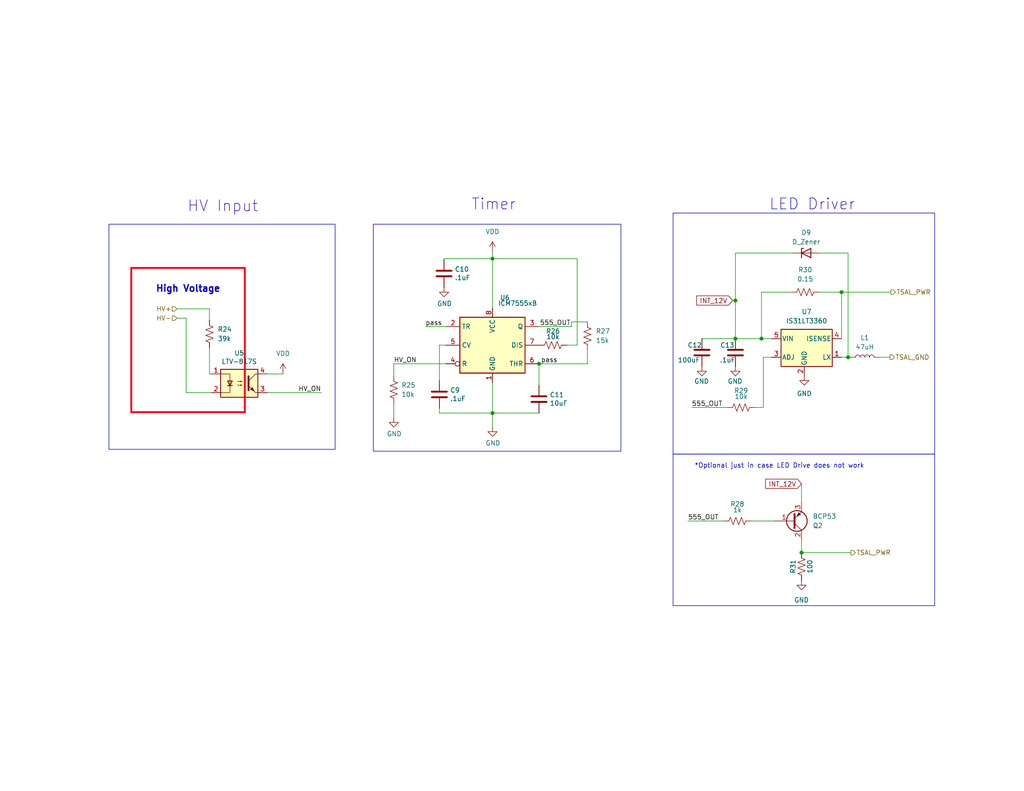
<source format=kicad_sch>
(kicad_sch (version 20231120) (generator "eeschema") (generator_version "8.0")
  (paper "A")
  (title_block (date "2023-05-15") (rev "V 1.1") (company "AERO") (comment 1 "Colin Grund") (comment 2 "TSAL flashes around 4 Hz"))
  (lib_symbols
    (symbol "Device:C" (pin_numbers hide) (pin_names (offset 0.254))
      (property "Reference" "C" (at 0.635 2.54 0))
      (property "Value" "C" (at 0.635 -2.54 0))
      (symbol "C_0_1"
        (polyline (pts (xy -2.032 -0.762) (xy 2.032 -0.762)) (stroke (width 0.508)))
        (polyline (pts (xy -2.032 0.762) (xy 2.032 0.762)) (stroke (width 0.508)))
      )
      (symbol "C_1_1"
        (pin passive line (at 0 3.81 270) (length 2.794) (name "~") (number "1"))
        (pin passive line (at 0 -3.81 90) (length 2.794) (name "~") (number "2"))
      )
    )
    (symbol "Device:D_Zener" (pin_numbers hide) (pin_names (offset 1.016) hide)
      (property "Reference" "D" (at 0 2.54 0))
      (property "Value" "D_Zener" (at 0 -2.54 0))
      (symbol "D_Zener_0_1"
        (polyline (pts (xy 1.27 0) (xy -1.27 0)))
        (polyline (pts (xy -1.27 -1.27) (xy -1.27 1.27) (xy -0.762 1.27)) (stroke (width 0.254)))
        (polyline (pts (xy 1.27 -1.27) (xy 1.27 1.27) (xy -1.27 0) (xy 1.27 -1.27)) (stroke (width 0.254)))
      )
      (symbol "D_Zener_1_1"
        (pin passive line (at -3.81 0 0) (length 2.54) (name "K") (number "1"))
        (pin passive line (at 3.81 0 180) (length 2.54) (name "A") (number "2"))
      )
    )
    (symbol "Device:L" (pin_numbers hide) (pin_names (offset 1.016) hide)
      (property "Reference" "L" (at -1.27 0 90))
      (property "Value" "L" (at 1.905 0 90))
      (symbol "L_0_1"
        (arc (start 0 -2.54) (mid 0.6323 -1.905) (end 0 -1.27))
        (arc (start 0 -1.27) (mid 0.6323 -0.635) (end 0 0))
        (arc (start 0 0) (mid 0.6323 0.635) (end 0 1.27))
        (arc (start 0 1.27) (mid 0.6323 1.905) (end 0 2.54))
      )
      (symbol "L_1_1"
        (pin passive line (at 0 3.81 270) (length 1.27) (name "1") (number "1"))
        (pin passive line (at 0 -3.81 90) (length 1.27) (name "2") (number "2"))
      )
    )
    (symbol "Device:R_US" (pin_numbers hide) (pin_names (offset 0))
      (property "Reference" "R" (at 2.54 0 90))
      (property "Value" "R_US" (at -2.54 0 90))
      (symbol "R_US_0_1"
        (polyline (pts (xy 0 -2.286) (xy 0 -2.54)))
        (polyline (pts (xy 0 2.286) (xy 0 2.54)))
        (polyline (pts (xy 0 -0.762) (xy 1.016 -1.143) (xy 0 -1.524) (xy -1.016 -1.905) (xy 0 -2.286)))
        (polyline (pts (xy 0 0.762) (xy 1.016 0.381) (xy 0 0) (xy -1.016 -0.381) (xy 0 -0.762)))
        (polyline (pts (xy 0 2.286) (xy 1.016 1.905) (xy 0 1.524) (xy -1.016 1.143) (xy 0 0.762)))
      )
      (symbol "R_US_1_1"
        (pin passive line (at 0 3.81 270) (length 1.27) (name "~") (number "1"))
        (pin passive line (at 0 -3.81 90) (length 1.27) (name "~") (number "2"))
      )
    )
    (symbol "Driver_LED:IS31LT3360" (pin_names (offset 0.254))
      (property "Reference" "U" (at -5.08 8.89 0))
      (property "Value" "IS31LT3360" (at 5.08 8.89 0))
      (symbol "IS31LT3360_0_1"
        (rectangle (start -6.35 7.62) (end 7.62 -2.54) (stroke (width 0.254)) (fill (type background)))
      )
      (symbol "IS31LT3360_1_1"
        (pin open_collector line (at 10.16 0 180) (length 2.54) (name "LX") (number "1"))
        (pin power_in line (at 0 -5.08 90) (length 2.54) (name "GND") (number "2"))
        (pin input line (at -8.89 0 0) (length 2.54) (name "ADJ") (number "3"))
        (pin input line (at 10.16 5.08 180) (length 2.54) (name "ISENSE") (number "4"))
        (pin power_in line (at -8.89 5.08 0) (length 2.54) (name "VIN") (number "5"))
      )
    )
    (symbol "Isolator:LTV-817S" (pin_names (offset 1.016))
      (property "Reference" "U" (at -3.81 5.08 0))
      (property "Value" "LTV-817S" (at 0 -5.08 0))
      (symbol "LTV-817S_1_1"
        (rectangle (start -5.08 3.81) (end 5.08 -3.81) (stroke (width 0.254)) (fill (type background)))
        (polyline (pts (xy -3.175 -0.635) (xy -1.905 -0.635)) (stroke (width 0.254)))
        (polyline (pts (xy 2.54 0.635) (xy 4.445 2.54)))
        (polyline (pts (xy 4.445 -2.54) (xy 2.54 -0.635)) (fill (type outline)))
        (polyline (pts (xy 4.445 -2.54) (xy 5.08 -2.54)))
        (polyline (pts (xy 4.445 2.54) (xy 5.08 2.54)))
        (polyline (pts (xy -5.08 2.54) (xy -2.54 2.54) (xy -2.54 -0.762)))
        (polyline (pts (xy -2.54 -0.635) (xy -2.54 -2.54) (xy -5.08 -2.54)))
        (polyline (pts (xy 2.54 1.905) (xy 2.54 -1.905) (xy 2.54 -1.905)) (stroke (width 0.508)))
        (polyline (pts (xy -2.54 -0.635) (xy -3.175 0.635) (xy -1.905 0.635) (xy -2.54 -0.635)) (stroke (width 0.254)))
        (polyline (pts (xy -0.508 -0.508) (xy 0.762 -0.508) (xy 0.381 -0.635) (xy 0.381 -0.381) (xy 0.762 -0.508)))
        (polyline (pts (xy -0.508 0.508) (xy 0.762 0.508) (xy 0.381 0.381) (xy 0.381 0.635) (xy 0.762 0.508)))
        (polyline (pts (xy 3.048 -1.651) (xy 3.556 -1.143) (xy 4.064 -2.159) (xy 3.048 -1.651) (xy 3.048 -1.651)) (fill (type outline)))
        (pin passive line (at -7.62 2.54 0) (length 2.54) (name "~") (number "1"))
        (pin passive line (at -7.62 -2.54 0) (length 2.54) (name "~") (number "2"))
        (pin passive line (at 7.62 -2.54 180) (length 2.54) (name "~") (number "3"))
        (pin passive line (at 7.62 2.54 180) (length 2.54) (name "~") (number "4"))
      )
    )
    (symbol "Timer:ICM7555xB"
      (property "Reference" "U" (at -10.16 8.89 0))
      (property "Value" "ICM7555xB" (at 2.54 8.89 0))
      (symbol "ICM7555xB_0_0"
        (pin power_in line (at 0 -10.16 90) (length 2.54) (name "GND") (number "1"))
        (pin power_in line (at 0 10.16 270) (length 2.54) (name "VCC") (number "8"))
      )
      (symbol "ICM7555xB_0_1"
        (rectangle (start -8.89 -7.62) (end 8.89 7.62) (stroke (width 0.254)) (fill (type background)))
        (rectangle (start -8.89 -7.62) (end 8.89 7.62) (stroke (width 0.254)) (fill (type background)))
      )
      (symbol "ICM7555xB_1_1"
        (pin input line (at -12.7 5.08 0) (length 3.81) (name "TR") (number "2"))
        (pin output line (at 12.7 5.08 180) (length 3.81) (name "Q") (number "3"))
        (pin input inverted (at -12.7 -5.08 0) (length 3.81) (name "R") (number "4"))
        (pin input line (at -12.7 0 0) (length 3.81) (name "CV") (number "5"))
        (pin input line (at 12.7 -5.08 180) (length 3.81) (name "THR") (number "6"))
        (pin input line (at 12.7 0 180) (length 3.81) (name "DIS") (number "7"))
      )
    )
    (symbol "Transistor_BJT:BCP53" (pin_names (offset 0) hide)
      (property "Reference" "Q" (at 5.08 1.905 0))
      (property "Value" "BCP53" (at 5.08 0 0))
      (symbol "BCP53_0_1"
        (polyline (pts (xy 0.635 0.635) (xy 2.54 2.54)))
        (polyline (pts (xy 0.635 -0.635) (xy 2.54 -2.54) (xy 2.54 -2.54)))
        (polyline (pts (xy 0.635 1.905) (xy 0.635 -1.905) (xy 0.635 -1.905)) (stroke (width 0.508)))
        (polyline (pts (xy 2.286 -1.778) (xy 1.778 -2.286) (xy 1.27 -1.27) (xy 2.286 -1.778) (xy 2.286 -1.778)) (fill (type outline)))
        (circle (center 1.27 0) (radius 2.8194) (stroke (width 0.254)))
      )
      (symbol "BCP53_1_1"
        (pin input line (at -5.08 0 0) (length 5.715) (name "B") (number "1"))
        (pin passive line (at 2.54 5.08 270) (length 2.54) (name "C") (number "2"))
        (pin passive line (at 2.54 -5.08 90) (length 2.54) (name "E") (number "3"))
        (pin passive line (at 2.54 5.08 270) (length 2.54) hide (name "C") (number "4"))
      )
    )
    (symbol "power:GND" (power) (pin_names (offset 0))
      (property "Value" "GND" (at 0 -3.81 0))
      (symbol "GND_0_1"
        (polyline (pts (xy 0 0) (xy 0 -1.27) (xy 1.27 -1.27) (xy 0 -2.54) (xy -1.27 -1.27) (xy 0 -1.27)))
      )
      (symbol "GND_1_1"
        (pin power_in line (at 0 0 270) (length 0) hide (name "GND") (number "1"))
      )
    )
    (symbol "power:VDD" (power) (pin_names (offset 0))
      (property "Value" "VDD" (at 0 3.81 0))
      (symbol "VDD_0_1"
        (polyline (pts (xy -0.762 1.27) (xy 0 2.54)))
        (polyline (pts (xy 0 0) (xy 0 2.54)))
        (polyline (pts (xy 0 2.54) (xy 0.762 1.27)))
      )
      (symbol "VDD_1_1"
        (pin power_in line (at 0 0 90) (length 0) hide (name "VDD") (number "1"))
      )
    )
  )
  (junction (at 134.366 112.776))
  (junction (at 218.694 150.876))
  (junction (at 229.616 79.756))
  (junction (at 207.772 92.456))
  (junction (at 134.366 70.612))
  (junction (at 200.66 92.456))
  (junction (at 231.394 97.536))
  (junction (at 200.66 82.042))
  (junction (at 147.066 99.314))
  (wire (pts (xy 204.978 142.24) (xy 211.074 142.24)))
  (wire (pts (xy 200.66 92.456) (xy 207.772 92.456)))
  (wire (pts (xy 116.078 89.154) (xy 121.666 89.154)))
  (wire (pts (xy 199.898 82.042) (xy 200.66 82.042)))
  (wire (pts (xy 231.394 97.536) (xy 232.156 97.536)))
  (wire (pts (xy 188.722 111.252) (xy 198.374 111.252)))
  (wire (pts (xy 160.274 95.504) (xy 160.274 99.314)))
  (wire (pts (xy 218.694 132.08) (xy 218.694 137.16)))
  (wire (pts (xy 57.15 102.108) (xy 57.658 102.108)))
  (wire (pts (xy 229.616 97.536) (xy 231.394 97.536)))
  (wire (pts (xy 154.686 94.234) (xy 157.48 94.234)))
  (wire (pts (xy 134.366 112.776) (xy 134.366 116.586)))
  (wire (pts (xy 207.772 79.756) (xy 207.772 92.456)))
  (wire (pts (xy 107.442 99.314) (xy 121.666 99.314)))
  (polyline (pts (xy 35.814 73.152) (xy 35.814 112.522)) (stroke (width 0.508) (color 255 0 17 1)))
  (wire (pts (xy 155.956 87.884) (xy 160.274 87.884)))
  (polyline (pts (xy 35.814 112.522) (xy 66.802 112.522)) (stroke (width 0.508) (color 255 0 17 1)))
  (wire (pts (xy 119.888 112.776) (xy 134.366 112.776)))
  (wire (pts (xy 134.366 70.612) (xy 157.48 70.612)))
  (wire (pts (xy 77.216 101.854) (xy 77.216 102.108)))
  (wire (pts (xy 229.616 79.756) (xy 243.078 79.756)))
  (wire (pts (xy 134.366 68.58) (xy 134.366 70.612)))
  (wire (pts (xy 200.66 69.088) (xy 200.66 82.042)))
  (polyline (pts (xy 66.802 73.152) (xy 35.814 73.152)) (stroke (width 0.508) (color 255 0 17 1)))
  (wire (pts (xy 57.15 94.996) (xy 57.15 102.108)))
  (wire (pts (xy 218.694 150.876) (xy 232.156 150.876)))
  (wire (pts (xy 229.616 79.756) (xy 229.616 92.456)))
  (wire (pts (xy 147.066 99.314) (xy 147.066 105.156)))
  (wire (pts (xy 231.394 69.088) (xy 231.394 97.536)))
  (wire (pts (xy 187.706 142.24) (xy 197.358 142.24)))
  (wire (pts (xy 119.888 94.234) (xy 121.666 94.234)))
  (wire (pts (xy 57.658 107.188) (xy 50.8 107.188)))
  (wire (pts (xy 223.774 69.088) (xy 231.394 69.088)))
  (wire (pts (xy 72.898 102.108) (xy 77.216 102.108)))
  (wire (pts (xy 147.066 99.314) (xy 160.274 99.314)))
  (wire (pts (xy 191.516 92.456) (xy 200.66 92.456)))
  (wire (pts (xy 48.26 84.328) (xy 57.15 84.328)))
  (wire (pts (xy 134.366 70.612) (xy 121.158 70.612)))
  (wire (pts (xy 107.442 110.236) (xy 107.442 114.046)))
  (wire (pts (xy 50.8 86.868) (xy 48.26 86.868)))
  (wire (pts (xy 155.956 89.154) (xy 155.956 87.884)))
  (wire (pts (xy 119.888 103.886) (xy 119.888 94.234)))
  (wire (pts (xy 200.66 82.042) (xy 200.66 92.456)))
  (wire (pts (xy 72.898 107.188) (xy 87.63 107.188)))
  (wire (pts (xy 207.772 92.456) (xy 210.566 92.456)))
  (wire (pts (xy 216.154 69.088) (xy 200.66 69.088)))
  (wire (pts (xy 119.888 111.506) (xy 119.888 112.776)))
  (wire (pts (xy 147.066 112.776) (xy 134.366 112.776)))
  (wire (pts (xy 239.776 97.536) (xy 242.824 97.536)))
  (wire (pts (xy 208.28 97.536) (xy 210.566 97.536)))
  (wire (pts (xy 107.442 99.314) (xy 107.442 102.616)))
  (polyline (pts (xy 255.016 123.952) (xy 183.642 123.952)))
  (wire (pts (xy 134.366 70.612) (xy 134.366 84.074)))
  (wire (pts (xy 121.158 70.612) (xy 121.158 70.866)))
  (wire (pts (xy 218.694 150.876) (xy 218.694 147.32)))
  (wire (pts (xy 147.066 89.154) (xy 155.956 89.154)))
  (polyline (pts (xy 66.802 112.522) (xy 66.802 73.152)) (stroke (width 0.508) (color 255 0 17 1)))
  (wire (pts (xy 208.28 97.536) (xy 208.28 111.252)))
  (wire (pts (xy 205.994 111.252) (xy 208.28 111.252)))
  (wire (pts (xy 57.15 87.376) (xy 57.15 84.328)))
  (wire (pts (xy 207.772 79.756) (xy 215.9 79.756)))
  (wire (pts (xy 157.48 94.234) (xy 157.48 70.612)))
  (wire (pts (xy 50.8 107.188) (xy 50.8 86.868)))
  (wire (pts (xy 134.366 104.394) (xy 134.366 112.776)))
  (wire (pts (xy 223.52 79.756) (xy 229.616 79.756)))
  (rectangle (start 183.642 123.952) (end 255.016 165.354))
  (rectangle (start 183.642 58.166) (end 255.016 123.952))
  (rectangle (start 101.854 61.214) (end 169.418 123.19))
  (rectangle (start 29.718 61.214) (end 91.44 122.682))
  (text "*Optional just in case LED Drive does not work" (at 189.484 128.016 0) (effects (font (size 1.27 1.27)) (justify left bottom)))
  (text "LED Driver" (at 209.804 57.658 0) (effects (font (size 3 3)) (justify left bottom)))
  (text "High Voltage" (at 42.418 80.01 0) (effects (font (size 1.8034 1.8034) (thickness 0.3607) (bold yes)) (justify left bottom)))
  (text "HV Input" (at 51.054 58.166 0) (effects (font (size 3 3)) (justify left bottom)))
  (text "Timer" (at 128.524 57.658 0) (effects (font (size 3 3)) (justify left bottom)))
  (label "HV_ON" (at 107.442 99.314 0))
  (label "555_OUT" (at 187.706 142.24 0))
  (label "555_OUT" (at 188.722 111.252 0))
  (label "pass" (at 116.078 89.154 0))
  (label "HV_ON" (at 87.63 107.188 180))
  (label "pass" (at 152.146 99.314 180))
  (label "555_OUT" (at 155.702 89.154 180))
  (global_label "INT_12V" (shape input) (at 218.694 132.08 180) (property "Intersheetrefs" "${INTERSHEET_REFS}" (effects (hide yes))))
  (global_label "INT_12V" (shape input) (at 199.898 82.042 180) (property "Intersheetrefs" "${INTERSHEET_REFS}" (effects (hide yes))))
  (hierarchical_label "TSAL_GND" (shape output) (at 242.824 97.536 0))
  (hierarchical_label "HV-" (shape input) (at 48.26 86.868 180))
  (hierarchical_label "TSAL_PWR" (shape output) (at 232.156 150.876 0))
  (hierarchical_label "HV+" (shape input) (at 48.26 84.328 180))
  (hierarchical_label "TSAL_PWR" (shape output) (at 243.078 79.756 0))
  (symbol (lib_id "Device:C") (at 200.66 96.266 180) (unit 1)
    (property "Reference" "C13" (at 200.406 94.234 0) (effects (justify left)))
    (property "Value" ".1uF" (at 200.66 98.298 0) (effects (justify left)))
    (property "Footprint" "Capacitor_SMD:C_0603_1608Metric_Pad1.08x0.95mm_HandSolder" (effects (hide yes)))
    (property "Datasheet" "https://www.yageo.com/en/Chart/Download/pdf/CC0603KRX7R7BB104" (effects (hide yes)))
    (property "Digikey part number" "311-1088-1-ND" (effects (hide yes)))
    (property "Manufacturer_Part_Number" "CC0603KRX7R7BB104" (effects (hide yes)))
  )
  (symbol (lib_id "Device:R_US") (at 218.694 154.686 180) (unit 1)
    (property "Reference" "R31" (at 216.408 154.686 90))
    (property "Value" "100" (at 220.98 154.686 90))
    (property "Footprint" "Resistor_SMD:R_1206_3216Metric_Pad1.30x1.75mm_HandSolder" (effects (hide yes)))
    (property "Datasheet" "https://industrial.panasonic.com/cdbs/www-data/pdf/RDA0000/AOA0000C304.pdf" (effects (hide yes)))
    (property "Digikey part number" "P100FCT-ND" (effects (hide yes)))
    (property "Manufacturer_Part_Number" "ERJ-8ENF1000V" (effects (hide yes)))
  )
  (symbol (lib_id "Isolator:LTV-817S") (at 65.278 104.648 0) (unit 1)
    (property "Reference" "U5" (at 65.278 96.393 0))
    (property "Value" "LTV-817S" (at 65.278 98.7044 0))
    (property "Footprint" "Package_DIP:SMDIP-4_W9.53mm" (effects (hide yes)))
    (property "Datasheet" "https://optoelectronics.liteon.com/upload/download/DS-70-96-0016/LTV-8X7%20series%20%20Rev.S.PDF" (effects (hide yes)))
    (property "Digikey part number" "160-1367-5-ND" (effects (hide yes)))
    (property "Manufacturer_Part_Number" "LTV-817S" (effects (hide yes)))
  )
  (symbol (lib_id "Device:C") (at 121.158 74.676 0) (unit 1)
    (property "Reference" "C10" (at 124.079 73.5076 0) (effects (justify left)))
    (property "Value" ".1uF" (at 124.079 75.819 0) (effects (justify left)))
    (property "Footprint" "Capacitor_SMD:C_0603_1608Metric_Pad1.08x0.95mm_HandSolder" (effects (hide yes)))
    (property "Datasheet" "https://www.yageo.com/en/Chart/Download/pdf/CC0603KRX7R7BB104" (effects (hide yes)))
    (property "Digikey part number" "311-1088-1-ND" (effects (hide yes)))
    (property "Manufacturer_Part_Number" "CC0603KRX7R7BB104" (effects (hide yes)))
  )
  (symbol (lib_id "Device:R_US") (at 160.274 91.694 0) (unit 1)
    (property "Reference" "R27" (at 162.56 90.424 0) (effects (justify left)))
    (property "Value" "15k" (at 162.56 92.964 0) (effects (justify left)))
    (property "Footprint" "Resistor_SMD:R_0603_1608Metric_Pad0.98x0.95mm_HandSolder" (effects (hide yes)))
    (property "Datasheet" "https://industrial.panasonic.com/cdbs/www-data/pdf/RDM0000/AOA0000C307.pdf" (effects (hide yes)))
    (property "Digikey part number" "P15KDBCT-ND" (effects (hide yes)))
    (property "Manufacturer_Part_Number" "ERA-3AEB153V" (effects (hide yes)))
  )
  (symbol (lib_id "power:GND") (at 121.158 78.486 0) (unit 1)
    (property "Reference" "#PWR039" (effects (hide yes)))
    (property "Value" "GND" (at 121.285 82.8802 0))
  )
  (symbol (lib_id "Device:C") (at 119.888 107.696 0) (unit 1)
    (property "Reference" "C9" (at 122.809 106.5276 0) (effects (justify left)))
    (property "Value" ".1uF" (at 122.809 108.839 0) (effects (justify left)))
    (property "Footprint" "Capacitor_SMD:C_0603_1608Metric_Pad1.08x0.95mm_HandSolder" (effects (hide yes)))
    (property "Datasheet" "https://www.yageo.com/en/Chart/Download/pdf/CC0603KRX7R7BB104" (effects (hide yes)))
    (property "Digikey part number" "311-1088-1-ND" (effects (hide yes)))
    (property "Manufacturer_Part_Number" "CC0603KRX7R7BB104" (effects (hide yes)))
  )
  (symbol (lib_id "power:GND") (at 218.694 158.496 0) (unit 1)
    (property "Reference" "#PWR044" (effects (hide yes)))
    (property "Value" "GND" (at 218.694 163.83 0))
  )
  (symbol (lib_id "Device:L") (at 235.966 97.536 90) (unit 1)
    (property "Reference" "L1" (at 235.966 92.202 90))
    (property "Value" "47uH" (at 235.966 94.742 90))
    (property "Footprint" "Inductor_SMD:L_0603_1608Metric_Pad1.05x0.95mm_HandSolder" (effects (hide yes)))
    (property "Datasheet" "https://mm.digikey.com/Volume0/opasdata/d220001/medias/docus/610/LBMF1608T470K_SS.pdf" (effects (hide yes)))
    (property "Digikey part number" "587-1716-1-ND" (effects (hide yes)))
    (property "Manufacturer_Part_Number" "LBMF1608T470K" (effects (hide yes)))
  )
  (symbol (lib_id "power:GND") (at 134.366 116.586 0) (unit 1)
    (property "Reference" "#PWR041" (effects (hide yes)))
    (property "Value" "GND" (at 134.493 120.9802 0))
  )
  (symbol (lib_id "power:GND") (at 219.456 102.616 0) (unit 1)
    (property "Reference" "#PWR045" (effects (hide yes)))
    (property "Value" "GND" (at 219.456 107.442 0))
  )
  (symbol (lib_id "power:VDD") (at 134.366 68.58 0) (unit 1)
    (property "Reference" "#PWR059" (effects (hide yes)))
    (property "Value" "VDD" (at 134.366 63.246 0))
  )
  (symbol (lib_id "Device:R_US") (at 57.15 91.186 0) (unit 1)
    (property "Reference" "R24" (at 59.3852 89.9159 0) (effects (justify left)))
    (property "Value" "39k" (at 59.3852 92.4559 0) (effects (justify left)))
    (property "Footprint" "Resistor_THT:R_Axial_DIN0414_L11.9mm_D4.5mm_P15.24mm_Horizontal" (effects (hide yes)))
    (property "Datasheet" "https://www.seielect.com/catalog/sei-cf_cfm.pdf" (effects (hide yes)))
    (property "Digikey part number" "CF12JT39K0CT-ND" (effects (hide yes)))
    (property "Manufacturer_Part_Number" "CF12JT39K0" (effects (hide yes)))
  )
  (symbol (lib_id "Device:R_US") (at 150.876 94.234 90) (unit 1)
    (property "Reference" "R26" (at 150.876 90.424 90))
    (property "Value" "10k" (at 150.876 91.948 90))
    (property "Footprint" "Resistor_SMD:R_0603_1608Metric_Pad0.98x0.95mm_HandSolder" (effects (hide yes)))
    (property "Datasheet" "https://www.koaspeer.com/pdfs/RK73H.pdf" (effects (hide yes)))
    (property "Digikey part number" "2019-RK73H1JTTD1002FCT-ND" (effects (hide yes)))
    (property "Manufacturer_Part_Number" "RK73H1JTTD1002F" (effects (hide yes)))
  )
  (symbol (lib_id "power:GND") (at 191.516 100.076 0) (unit 1)
    (property "Reference" "#PWR042" (effects (hide yes)))
    (property "Value" "GND" (at 193.4718 104.0892 0) (effects (justify right)))
  )
  (symbol (lib_id "Device:R_US") (at 219.71 79.756 90) (unit 1)
    (property "Reference" "R30" (at 219.71 73.66 90))
    (property "Value" "0.15" (at 219.71 76.2 90))
    (property "Footprint" "Resistor_SMD:R_0603_1608Metric_Pad0.98x0.95mm_HandSolder" (effects (hide yes)))
    (property "Datasheet" "https://www.yageo.com/upload/media/product/app/datasheet/rchip/pyu-rl_group_521_rohs_l.pdf" (effects (hide yes)))
    (property "Digikey part number" "311-.15QCT-ND" (effects (hide yes)))
    (property "Manufacturer_Part_Number" "RL0603FR-070R15L" (effects (hide yes)))
  )
  (symbol (lib_id "Device:R_US") (at 201.168 142.24 90) (unit 1)
    (property "Reference" "R28" (at 201.1934 137.6426 90))
    (property "Value" "1k" (at 201.2188 139.2428 90))
    (property "Footprint" "Resistor_SMD:R_0603_1608Metric_Pad0.98x0.95mm_HandSolder" (effects (hide yes)))
    (property "Datasheet" "https://www.seielect.com/catalog/sei-rmcf_rmcp.pdf" (effects (hide yes)))
    (property "Digikey part number" "RMCF0603FT1K00CT-ND" (effects (hide yes)))
    (property "Manufacturer_Part_Number" "RMCF0603FT1K00" (effects (hide yes)))
  )
  (symbol (lib_id "Driver_LED:IS31LT3360") (at 219.456 97.536 0) (unit 1)
    (property "Reference" "U7" (at 220.091 85.09 0))
    (property "Value" "IS31LT3360" (at 220.091 87.63 0))
    (property "Footprint" "Package_TO_SOT_SMD:SOT-89-5" (effects (hide yes)))
    (property "Datasheet" "https://www.lumissil.com/assets/pdf/core/IS31LT3360_DS.pdf" (effects (hide yes)))
    (property "Digikey part number" "2521-IS31LT3360-SDLS4-TRCT-ND" (effects (hide yes)))
    (property "Manufacturer_Part_Number" "IS31LT3360-SDLS4-TR" (effects (hide yes)))
  )
  (symbol (lib_id "power:GND") (at 200.66 100.076 0) (unit 1)
    (property "Reference" "#PWR043" (effects (hide yes)))
    (property "Value" "GND" (at 202.6158 104.0892 0) (effects (justify right)))
  )
  (symbol (lib_id "Timer:ICM7555xB") (at 134.366 94.234 0) (unit 1)
    (property "Reference" "U6" (at 136.3854 81.28 0) (effects (justify left)))
    (property "Value" "ICM7555xB" (at 135.89 82.804 0) (effects (justify left)))
    (property "Footprint" "Package_SO:SOIC-8_3.9x4.9mm_P1.27mm" (effects (hide yes)))
    (property "Datasheet" "https://www.renesas.com/en/document/dst/icm7555-icm7556-datasheet" (effects (hide yes)))
    (property "Digikey part number" "ICM7555CBAZ-TCT-ND" (effects (hide yes)))
    (property "Manufacturer_Part_Number" "ICM7555CBAZ-T" (effects (hide yes)))
  )
  (symbol (lib_id "Device:R_US") (at 107.442 106.426 0) (unit 1)
    (property "Reference" "R25" (at 109.4994 105.1559 0) (effects (justify left)))
    (property "Value" "10k" (at 109.4994 107.6959 0) (effects (justify left)))
    (property "Footprint" "Resistor_SMD:R_0603_1608Metric_Pad0.98x0.95mm_HandSolder" (effects (hide yes)))
    (property "Datasheet" "https://www.koaspeer.com/pdfs/RK73H.pdf" (effects (hide yes)))
    (property "Digikey part number" "2019-RK73H1JTTD1002FCT-ND" (effects (hide yes)))
    (property "Manufacturer_Part_Number" "RK73H1JTTD1002F" (effects (hide yes)))
  )
  (symbol (lib_id "Device:C") (at 191.516 96.266 180) (unit 1)
    (property "Reference" "C12" (at 191.516 94.234 0) (effects (justify left)))
    (property "Value" "100uF" (at 191.008 98.298 0) (effects (justify left)))
    (property "Footprint" "Capacitor_SMD:C_0603_1608Metric_Pad1.08x0.95mm_HandSolder" (effects (hide yes)))
  )
  (symbol (lib_id "power:GND") (at 107.442 114.046 0) (unit 1)
    (property "Reference" "#PWR038" (effects (hide yes)))
    (property "Value" "GND" (at 107.569 118.4402 0))
  )
  (symbol (lib_id "Device:C") (at 147.066 108.966 0) (unit 1)
    (property "Reference" "C11" (at 149.987 107.7976 0) (effects (justify left)))
    (property "Value" "10uF" (at 149.987 110.109 0) (effects (justify left)))
    (property "Footprint" "Capacitor_SMD:C_0603_1608Metric_Pad1.08x0.95mm_HandSolder" (effects (hide yes)))
    (property "Datasheet" "https://mm.digikey.com/Volume0/opasdata/d220001/medias/docus/609/CL10A106KQ8NNNC_Spec.pdf" (effects (hide yes)))
    (property "Digikey part number" "1276-1038-1-ND" (effects (hide yes)))
    (property "Manufacturer_Part_Number" "CL10A106KQ8NNNC" (effects (hide yes)))
  )
  (symbol (lib_id "Device:R_US") (at 202.184 111.252 90) (unit 1)
    (property "Reference" "R29" (at 202.2094 106.6546 90))
    (property "Value" "10k" (at 202.2348 108.2548 90))
    (property "Footprint" "Resistor_SMD:R_0603_1608Metric_Pad0.98x0.95mm_HandSolder" (effects (hide yes)))
    (property "Datasheet" "https://www.koaspeer.com/pdfs/RK73H.pdf" (effects (hide yes)))
    (property "Digikey part number" "2019-RK73H1JTTD1002FCT-ND" (effects (hide yes)))
    (property "Manufacturer_Part_Number" "RK73H1JTTD1002F" (effects (hide yes)))
  )
  (symbol (lib_id "Device:D_Zener") (at 219.964 69.088 0) (unit 1)
    (property "Reference" "D9" (at 219.964 63.5 0))
    (property "Value" "D_Zener" (at 219.964 66.04 0))
    (property "Footprint" "Diode_SMD:D_SOD-123" (effects (hide yes)))
    (property "Datasheet" "https://www.diodes.com/assets/Datasheets/ds18010.pdf" (effects (hide yes)))
    (property "Digikey part number" "MMSZ5231B-FDICT-ND" (effects (hide yes)))
    (property "Manufacturer_Part_Number" "MMSZ5231B-7-F" (effects (hide yes)))
  )
  (symbol (lib_id "Transistor_BJT:BCP53") (at 216.154 142.24 0) (mirror x) (unit 1)
    (property "Reference" "Q2" (at 221.742 143.51 0) (effects (justify left)))
    (property "Value" "BCP53" (at 221.742 140.97 0) (effects (justify left)))
    (property "Footprint" "Package_TO_SOT_SMD:SOT-223-3_TabPin2" (effects (hide yes)))
    (property "Datasheet" "https://mm.digikey.com/Volume0/opasdata/d220001/medias/docus/360/BCP53.pdf" (effects (hide yes)))
    (property "Digikey part number" "BCP53FSCT-ND" (effects (hide yes)))
    (property "Manufacturer_Part_Number" "BCP53" (effects (hide yes)))
  )
  (symbol (lib_id "power:VDD") (at 77.216 101.854 0) (unit 1)
    (property "Reference" "#PWR050" (effects (hide yes)))
    (property "Value" "VDD" (at 77.216 96.52 0))
  )
)
</source>
